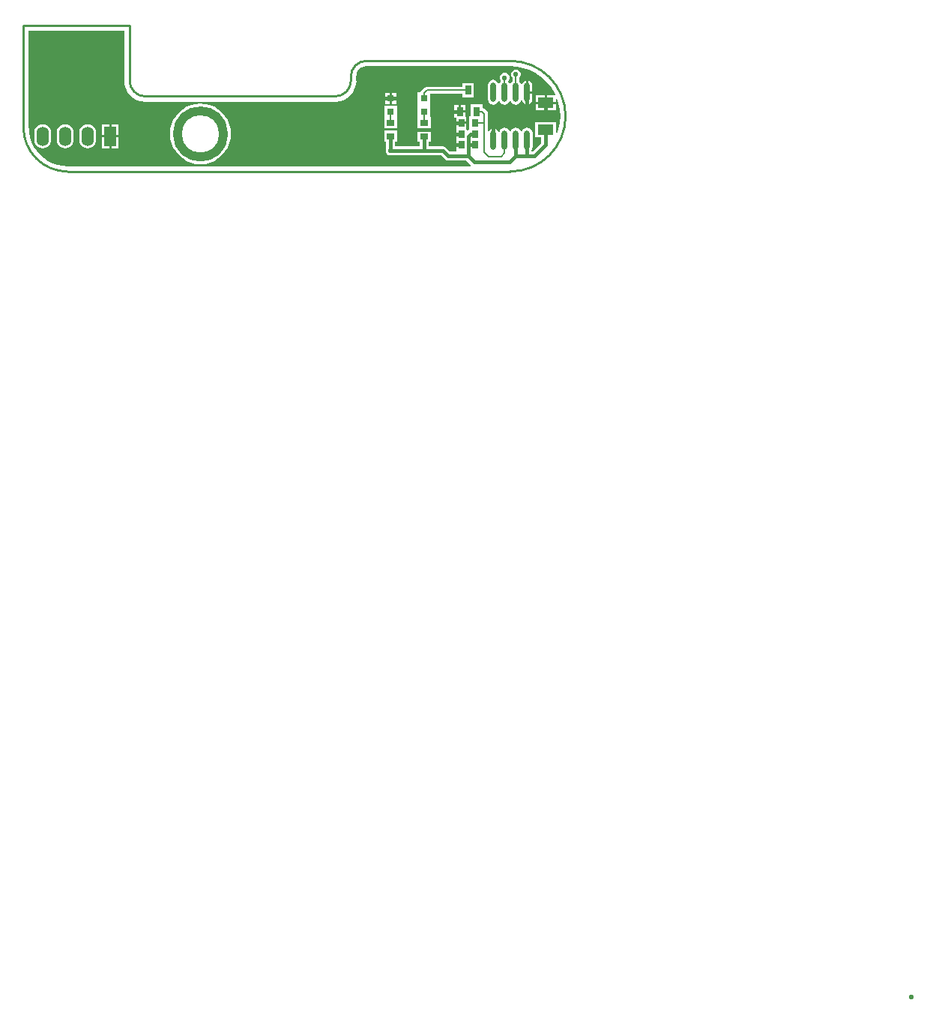
<source format=gbl>
G04*
G04 #@! TF.GenerationSoftware,Altium Limited,Altium Designer,22.2.1 (43)*
G04*
G04 Layer_Physical_Order=2*
G04 Layer_Color=16711680*
%FSLAX44Y44*%
%MOMM*%
G71*
G04*
G04 #@! TF.SameCoordinates,59029D5E-7FE7-4811-848E-3C15E54AA96D*
G04*
G04*
G04 #@! TF.FilePolarity,Positive*
G04*
G01*
G75*
%ADD10C,0.1524*%
%ADD12C,0.2540*%
%ADD16C,0.3810*%
%ADD17R,1.4000X2.2000*%
%ADD18O,1.4000X2.2000*%
%ADD19C,0.5500*%
%ADD20C,1.0200*%
%ADD21R,0.8000X0.8000*%
%ADD22R,0.8890X0.6350*%
%ADD23R,0.6350X0.8890*%
%ADD24R,0.7000X1.0000*%
%ADD25O,0.6000X2.2000*%
%ADD26R,1.7780X1.1430*%
G36*
X513875Y33874D02*
X513875Y-22499D01*
X513874Y-22500D01*
X513830D01*
X514285Y-27118D01*
X515632Y-31558D01*
X517819Y-35650D01*
X520763Y-39237D01*
X524350Y-42181D01*
X528442Y-44368D01*
X532882Y-45715D01*
X537500Y-46170D01*
Y-46126D01*
X752500Y-46126D01*
X752500Y-46126D01*
Y-46170D01*
X757118Y-45715D01*
X761558Y-44368D01*
X765650Y-42181D01*
X769237Y-39237D01*
X772181Y-35650D01*
X774368Y-31558D01*
X775715Y-27118D01*
X776170Y-22500D01*
X776126D01*
X776125Y-22499D01*
Y-17501D01*
X776126Y-17500D01*
X776126D01*
X776246Y-16280D01*
X776474Y-14546D01*
X777615Y-11793D01*
X779429Y-9429D01*
X781793Y-7615D01*
X784546Y-6474D01*
X787377Y-6101D01*
X787500Y-6126D01*
X950000D01*
X950241Y-6078D01*
X957367Y-6545D01*
X964607Y-7985D01*
X971598Y-10358D01*
X978219Y-13623D01*
X984357Y-17725D01*
X989908Y-22592D01*
X994775Y-28143D01*
X998877Y-34281D01*
X1000674Y-37926D01*
X1000004Y-39005D01*
X991270D01*
Y-45990D01*
X1001430D01*
Y-42757D01*
X1002700Y-42547D01*
X1004515Y-47893D01*
X1005955Y-55133D01*
X1006438Y-62500D01*
X1005955Y-69867D01*
X1004515Y-77107D01*
X1003208Y-80957D01*
X1001938Y-80747D01*
Y-68977D01*
X978062D01*
Y-86503D01*
X984950D01*
Y-92908D01*
X975408Y-102450D01*
X974100D01*
Y-100828D01*
X974747Y-99860D01*
X975217Y-97500D01*
Y-81500D01*
X974747Y-79140D01*
X973410Y-77140D01*
X971410Y-75803D01*
X969050Y-75333D01*
X966690Y-75803D01*
X964690Y-77140D01*
X963353Y-79140D01*
X963348Y-79168D01*
X962053D01*
X962047Y-79140D01*
X960711Y-77140D01*
X958710Y-75803D01*
X956350Y-75333D01*
X953990Y-75803D01*
X951990Y-77140D01*
X950653Y-79140D01*
X950648Y-79168D01*
X949353D01*
X949347Y-79140D01*
X948010Y-77140D01*
X946010Y-75803D01*
X943650Y-75333D01*
X941290Y-75803D01*
X939290Y-77140D01*
X937953Y-79140D01*
X937689Y-80470D01*
X936394D01*
X936169Y-79338D01*
X934944Y-77506D01*
X933112Y-76281D01*
X932220Y-76104D01*
Y-89500D01*
X929680D01*
Y-76104D01*
X928789Y-76281D01*
X926956Y-77506D01*
X925905Y-79079D01*
X924635Y-78839D01*
Y-70000D01*
Y-59690D01*
X924339Y-58203D01*
X923497Y-56943D01*
X920807Y-54253D01*
X919547Y-53411D01*
X918548Y-53212D01*
Y-48952D01*
X905452D01*
Y-62507D01*
X903897D01*
Y-75007D01*
X903897D01*
Y-77669D01*
X903067Y-77834D01*
X901921Y-78601D01*
X900805Y-78113D01*
X900595Y-76985D01*
X900595Y-76985D01*
X900595Y-76985D01*
Y-71270D01*
X894880D01*
X889165D01*
Y-75515D01*
X889165D01*
Y-81230D01*
X894880D01*
Y-83770D01*
X889165D01*
Y-89485D01*
X889165D01*
Y-93730D01*
X894880D01*
Y-96270D01*
X889165D01*
Y-101985D01*
X888088Y-102450D01*
X881752D01*
X877331Y-98029D01*
X875693Y-96934D01*
X873760Y-96550D01*
X857550D01*
Y-91343D01*
X859993D01*
Y-78897D01*
X845007D01*
Y-91343D01*
X847450D01*
Y-96550D01*
X820050D01*
Y-91343D01*
X822493D01*
Y-78897D01*
X807507D01*
Y-91343D01*
X809950D01*
Y-99969D01*
X809710Y-100548D01*
Y-102652D01*
X810515Y-104597D01*
X812003Y-106085D01*
X813948Y-106890D01*
X816052D01*
X816631Y-106650D01*
X871668D01*
X876089Y-111071D01*
X877727Y-112166D01*
X879660Y-112550D01*
X900408D01*
X905462Y-117604D01*
X905086Y-118874D01*
X450000Y-118874D01*
X449861Y-118902D01*
X444268Y-118535D01*
X438635Y-117415D01*
X433196Y-115569D01*
X428045Y-113028D01*
X423269Y-109837D01*
X418950Y-106050D01*
X415163Y-101731D01*
X411972Y-96955D01*
X409431Y-91804D01*
X407585Y-86365D01*
X406465Y-80732D01*
X406171Y-76251D01*
X406126Y-75000D01*
X406126D01*
X406125Y-74999D01*
X406126Y33874D01*
X513875Y33874D01*
D02*
G37*
%LPC*%
G36*
X957402Y-9990D02*
X955298D01*
X953354Y-10796D01*
X951865Y-12284D01*
X951060Y-14228D01*
Y-16332D01*
X951865Y-18277D01*
X952466Y-18877D01*
Y-22822D01*
X951990Y-23140D01*
X950653Y-25140D01*
X950648Y-25168D01*
X949353D01*
X949347Y-25140D01*
X948010Y-23140D01*
X948095Y-22046D01*
X948900Y-20102D01*
Y-17998D01*
X948095Y-16054D01*
X946607Y-14565D01*
X944662Y-13760D01*
X942558D01*
X940613Y-14565D01*
X939125Y-16054D01*
X938320Y-17998D01*
Y-20102D01*
X939125Y-22046D01*
X939290Y-23140D01*
X937953Y-25140D01*
X937948Y-25168D01*
X936653D01*
X936647Y-25140D01*
X935311Y-23140D01*
X933310Y-21803D01*
X930950Y-21334D01*
X928590Y-21803D01*
X926590Y-23140D01*
X925253Y-25140D01*
X924784Y-27500D01*
Y-43500D01*
X925253Y-45860D01*
X926590Y-47860D01*
X928590Y-49197D01*
X930950Y-49667D01*
X933310Y-49197D01*
X935311Y-47860D01*
X936647Y-45860D01*
X936653Y-45832D01*
X937948D01*
X937953Y-45860D01*
X939290Y-47860D01*
X941290Y-49197D01*
X943650Y-49667D01*
X946010Y-49197D01*
X948010Y-47860D01*
X949347Y-45860D01*
X949353Y-45832D01*
X950648D01*
X950653Y-45860D01*
X951990Y-47860D01*
X953990Y-49197D01*
X956350Y-49667D01*
X958710Y-49197D01*
X960711Y-47860D01*
X962047Y-45860D01*
X962312Y-44530D01*
X963606D01*
X963831Y-45662D01*
X965056Y-47494D01*
X966889Y-48719D01*
X967780Y-48896D01*
Y-35500D01*
Y-22104D01*
X966889Y-22281D01*
X965056Y-23506D01*
X963831Y-25338D01*
X963606Y-26470D01*
X962312D01*
X962047Y-25140D01*
X960711Y-23140D01*
X960235Y-22822D01*
Y-18877D01*
X960835Y-18277D01*
X961640Y-16332D01*
Y-14228D01*
X960835Y-12284D01*
X959347Y-10796D01*
X957402Y-9990D01*
D02*
G37*
G36*
X970320Y-22104D02*
Y-34230D01*
X974699D01*
Y-27500D01*
X974269Y-25338D01*
X973044Y-23506D01*
X971212Y-22281D01*
X970320Y-22104D01*
D02*
G37*
G36*
X909048Y-24952D02*
X895952D01*
Y-29115D01*
X856000D01*
X854513Y-29411D01*
X853253Y-30253D01*
X849753Y-33753D01*
X848911Y-35013D01*
X848824Y-35452D01*
X845452D01*
Y-49182D01*
X845452Y-49548D01*
Y-50452D01*
X845452Y-50818D01*
Y-63657D01*
X845007D01*
Y-76103D01*
X859993D01*
Y-63657D01*
X859548D01*
Y-50818D01*
X859548Y-50452D01*
Y-49548D01*
X859548Y-49182D01*
Y-36885D01*
X895952D01*
Y-41048D01*
X909048D01*
Y-24952D01*
D02*
G37*
G36*
X821540Y-35960D02*
X816270D01*
Y-41230D01*
X821540D01*
Y-35960D01*
D02*
G37*
G36*
X813730D02*
X808460D01*
Y-41230D01*
X813730D01*
Y-35960D01*
D02*
G37*
G36*
X988730Y-39005D02*
X978570D01*
Y-45990D01*
X988730D01*
Y-39005D01*
D02*
G37*
G36*
X974699Y-36770D02*
X970320D01*
Y-48896D01*
X971212Y-48719D01*
X973044Y-47494D01*
X974269Y-45662D01*
X974699Y-43500D01*
Y-36770D01*
D02*
G37*
G36*
X821540Y-43770D02*
X816270D01*
Y-49040D01*
X821540D01*
Y-43770D01*
D02*
G37*
G36*
X813730D02*
X808460D01*
Y-49040D01*
X813730D01*
Y-43770D01*
D02*
G37*
G36*
X1001430Y-48530D02*
X991270D01*
Y-55515D01*
X1001430D01*
Y-48530D01*
D02*
G37*
G36*
X988730D02*
X978570D01*
Y-55515D01*
X988730D01*
Y-48530D01*
D02*
G37*
G36*
X899040Y-49460D02*
X894270D01*
Y-55730D01*
X899040D01*
Y-49460D01*
D02*
G37*
G36*
X891730D02*
X886960D01*
Y-55730D01*
X891730D01*
Y-49460D01*
D02*
G37*
G36*
X899040Y-58270D02*
X893000D01*
X886960D01*
Y-64540D01*
X889165D01*
Y-68730D01*
X894880D01*
X900595D01*
Y-63015D01*
X899040D01*
Y-58270D01*
D02*
G37*
G36*
X822048Y-50452D02*
X807952D01*
Y-63657D01*
X807507D01*
Y-76103D01*
X822493D01*
Y-63657D01*
X822048D01*
Y-50452D01*
D02*
G37*
G36*
X507640Y-71460D02*
X499370D01*
Y-83730D01*
X507640D01*
Y-71460D01*
D02*
G37*
G36*
X496830D02*
X488560D01*
Y-83730D01*
X496830D01*
Y-71460D01*
D02*
G37*
G36*
X507640Y-86270D02*
X499370D01*
Y-98540D01*
X507640D01*
Y-86270D01*
D02*
G37*
G36*
X496830D02*
X488560D01*
Y-98540D01*
X496830D01*
Y-86270D01*
D02*
G37*
G36*
X472700Y-71378D02*
X470210Y-71705D01*
X467889Y-72667D01*
X465896Y-74196D01*
X464367Y-76189D01*
X463406Y-78509D01*
X463078Y-81000D01*
Y-89000D01*
X463406Y-91490D01*
X464367Y-93811D01*
X465896Y-95804D01*
X467889Y-97333D01*
X470210Y-98294D01*
X472700Y-98622D01*
X475190Y-98294D01*
X477511Y-97333D01*
X479504Y-95804D01*
X481033Y-93811D01*
X481994Y-91490D01*
X482322Y-89000D01*
Y-81000D01*
X481994Y-78509D01*
X481033Y-76189D01*
X479504Y-74196D01*
X477511Y-72667D01*
X475190Y-71705D01*
X472700Y-71378D01*
D02*
G37*
G36*
X447300D02*
X444809Y-71705D01*
X442489Y-72667D01*
X440496Y-74196D01*
X438967Y-76189D01*
X438006Y-78509D01*
X437678Y-81000D01*
Y-89000D01*
X438006Y-91490D01*
X438967Y-93811D01*
X440496Y-95804D01*
X442489Y-97333D01*
X444809Y-98294D01*
X447300Y-98622D01*
X449790Y-98294D01*
X452111Y-97333D01*
X454104Y-95804D01*
X455633Y-93811D01*
X456594Y-91490D01*
X456922Y-89000D01*
Y-81000D01*
X456594Y-78509D01*
X455633Y-76189D01*
X454104Y-74196D01*
X452111Y-72667D01*
X449790Y-71705D01*
X447300Y-71378D01*
D02*
G37*
G36*
X421900D02*
X419409Y-71705D01*
X417089Y-72667D01*
X415096Y-74196D01*
X413567Y-76189D01*
X412606Y-78509D01*
X412278Y-81000D01*
Y-89000D01*
X412606Y-91490D01*
X413567Y-93811D01*
X415096Y-95804D01*
X417089Y-97333D01*
X419409Y-98294D01*
X421900Y-98622D01*
X424390Y-98294D01*
X426711Y-97333D01*
X428704Y-95804D01*
X430233Y-93811D01*
X431194Y-91490D01*
X431522Y-89000D01*
Y-81000D01*
X431194Y-78509D01*
X430233Y-76189D01*
X428704Y-74196D01*
X426711Y-72667D01*
X424390Y-71705D01*
X421900Y-71378D01*
D02*
G37*
G36*
X600000Y-48146D02*
X594626Y-48569D01*
X589384Y-49827D01*
X584404Y-51890D01*
X579807Y-54707D01*
X575708Y-58208D01*
X572207Y-62307D01*
X569390Y-66904D01*
X567327Y-71884D01*
X566069Y-77126D01*
X565646Y-82500D01*
X566069Y-87874D01*
X567327Y-93116D01*
X569390Y-98096D01*
X572207Y-102693D01*
X575708Y-106792D01*
X579807Y-110293D01*
X584404Y-113110D01*
X589384Y-115173D01*
X594626Y-116431D01*
X600000Y-116854D01*
X605374Y-116431D01*
X610616Y-115173D01*
X615596Y-113110D01*
X620193Y-110293D01*
X624292Y-106792D01*
X627793Y-102693D01*
X630610Y-98096D01*
X632673Y-93116D01*
X633931Y-87874D01*
X634354Y-82500D01*
X633931Y-77126D01*
X632673Y-71884D01*
X630610Y-66904D01*
X627793Y-62307D01*
X624292Y-58208D01*
X620193Y-54707D01*
X615596Y-51890D01*
X610616Y-49827D01*
X605374Y-48569D01*
X600000Y-48146D01*
D02*
G37*
%LPD*%
D10*
X956350Y-35500D02*
Y-15280D01*
X943610Y-35460D02*
X943650Y-35500D01*
X943610Y-35460D02*
Y-19050D01*
X920750Y-70000D02*
Y-59690D01*
X918060Y-57000D02*
X920750Y-59690D01*
X912000Y-57000D02*
X918060D01*
X920750Y-102870D02*
X925830Y-107950D01*
X939800D01*
X943650Y-104100D01*
Y-89500D01*
X920750Y-102870D02*
Y-70000D01*
X815000Y-69880D02*
Y-57500D01*
X815000Y-57500D01*
X852500Y-69880D02*
Y-57500D01*
X852500Y-69880D02*
X852500Y-69880D01*
Y-42500D02*
Y-36500D01*
X856000Y-33000D02*
X902500D01*
X852500Y-36500D02*
X856000Y-33000D01*
X910120Y-70000D02*
X920750D01*
D12*
X787500Y0D02*
G03*
X770000Y-17500I0J-17500D01*
G01*
X752500Y-40000D02*
G03*
X770000Y-22500I0J17500D01*
G01*
X520000D02*
G03*
X537500Y-40000I17500J0D01*
G01*
X400000Y-75000D02*
G03*
X450000Y-125000I50000J0D01*
G01*
X950000D02*
G03*
X950000Y0I0J62500D01*
G01*
X770000Y-22500D02*
Y-17500D01*
X537500Y-40000D02*
X752500D01*
X787500Y0D02*
X950000D01*
X520000Y-22500D02*
Y40000D01*
X400000Y-75000D02*
Y40000D01*
X450000Y-125000D02*
X950000D01*
X400000Y40000D02*
X520000D01*
D16*
X798150Y-101600D02*
Y-46990D01*
X802640Y-42500D02*
X815000D01*
X798150Y-46990D02*
X802640Y-42500D01*
X873760Y-101600D02*
X879660Y-107500D01*
X852500Y-101600D02*
X873760D01*
X815000D02*
X852500D01*
Y-85120D01*
X815000Y-101600D02*
Y-85120D01*
X879660Y-107500D02*
X902500D01*
X881380Y-78740D02*
Y-69850D01*
Y-82550D02*
Y-78740D01*
X827360Y-42500D02*
X831850Y-46990D01*
X815000Y-42500D02*
X827360D01*
X831850Y-72390D02*
Y-46990D01*
Y-72390D02*
X836930Y-77470D01*
X880110D01*
X881380Y-78740D01*
X969010Y-63500D02*
X985520D01*
X930950D02*
X969010D01*
X969050Y-63460D02*
Y-35500D01*
X969010Y-63500D02*
X969050Y-63460D01*
X881380Y-57150D02*
Y-48260D01*
Y-69850D02*
Y-57150D01*
X881530Y-57000D02*
X893000D01*
X881380Y-57150D02*
X881530Y-57000D01*
X881530Y-70000D02*
X894880D01*
X881380Y-69850D02*
X881530Y-70000D01*
X881380Y-91440D02*
Y-82550D01*
X881430Y-82500D01*
X894880D01*
X930910Y-63500D02*
X930950D01*
Y-57190D01*
Y-63540D02*
Y-63500D01*
X884940Y-95000D02*
X894880D01*
X881380Y-91440D02*
X884940Y-95000D01*
X881380Y-48260D02*
X885190Y-44450D01*
X918210D01*
X930950Y-57190D01*
X930910Y-63500D02*
X930950Y-63540D01*
Y-89500D02*
Y-63540D01*
X902500Y-107500D02*
X909300Y-114300D01*
X949550D01*
X956350Y-107500D01*
X985520Y-63500D02*
X990000Y-59020D01*
Y-47260D01*
X902500Y-107500D02*
Y-95000D01*
X969050Y-107500D02*
X977500D01*
X956350D02*
X969050D01*
Y-89500D01*
X956350Y-107500D02*
Y-89500D01*
X902500Y-95000D02*
Y-85000D01*
X902500Y-95000D02*
X910120D01*
X902500Y-95000D02*
X902500Y-95000D01*
X905000Y-82500D02*
X910120D01*
X902500Y-85000D02*
X905000Y-82500D01*
X910120D02*
X910120Y-82500D01*
X977500Y-107500D02*
X990000Y-95000D01*
Y-77740D01*
D17*
X498100Y-85000D02*
D03*
D18*
X472700D02*
D03*
X421900D02*
D03*
X447300D02*
D03*
D19*
X1403000Y-1057500D02*
D03*
X1000001Y-62499D02*
D03*
X980001Y-22499D02*
D03*
Y-62499D02*
D03*
X960001D02*
D03*
X940001D02*
D03*
X920001Y-22499D02*
D03*
X890001Y-42499D02*
D03*
X880001Y-22499D02*
D03*
X870001Y-42499D02*
D03*
X880001Y-62499D02*
D03*
X860001Y-22499D02*
D03*
X840001D02*
D03*
X830001Y-42499D02*
D03*
X840001Y-62499D02*
D03*
X830001Y-82500D02*
D03*
X820001Y-22499D02*
D03*
X800001D02*
D03*
X790001Y-42499D02*
D03*
X800001Y-62499D02*
D03*
X780001Y-22499D02*
D03*
X770001Y-42499D02*
D03*
Y-82500D02*
D03*
X780001Y-102500D02*
D03*
X760001Y-62499D02*
D03*
X750001Y-82500D02*
D03*
X760001Y-102500D02*
D03*
X740001Y-62499D02*
D03*
X730001Y-82500D02*
D03*
X740001Y-102500D02*
D03*
X720001Y-62499D02*
D03*
X710001Y-82500D02*
D03*
X720001Y-102500D02*
D03*
X700001Y-62499D02*
D03*
X690001Y-82500D02*
D03*
X700001Y-102500D02*
D03*
X680001Y-62499D02*
D03*
X670001Y-82500D02*
D03*
X680001Y-102500D02*
D03*
X660001Y-62499D02*
D03*
X650001Y-82500D02*
D03*
X660001Y-102500D02*
D03*
X640001Y-62499D02*
D03*
Y-102500D02*
D03*
X560001Y-62499D02*
D03*
X550001Y-82500D02*
D03*
X560001Y-102500D02*
D03*
X540001Y-62499D02*
D03*
X530001Y-82500D02*
D03*
X540001Y-102500D02*
D03*
X520001Y-62499D02*
D03*
Y-102500D02*
D03*
X500001Y-62499D02*
D03*
Y-102500D02*
D03*
X480001Y-62499D02*
D03*
X460001D02*
D03*
Y-102500D02*
D03*
X430001Y-42499D02*
D03*
X440001Y-62499D02*
D03*
Y-102500D02*
D03*
X410001Y-42499D02*
D03*
X420001Y-102500D02*
D03*
X798150Y-101600D02*
D03*
X815000D02*
D03*
X956350Y-15280D02*
D03*
X943610Y-19050D02*
D03*
D20*
X626100Y-82500D02*
G03*
X626100Y-82500I-26100J0D01*
G01*
D21*
X815000Y-57500D02*
D03*
Y-42500D02*
D03*
X852500Y-57500D02*
D03*
Y-42500D02*
D03*
D22*
X815000Y-69880D02*
D03*
Y-85120D02*
D03*
X852500Y-69880D02*
D03*
Y-85120D02*
D03*
D23*
X910120Y-95000D02*
D03*
X894880D02*
D03*
X910120Y-82500D02*
D03*
X894880D02*
D03*
X894880Y-70000D02*
D03*
X910120D02*
D03*
D24*
X893000Y-57000D02*
D03*
X912000D02*
D03*
X902500Y-33000D02*
D03*
D25*
X956350Y-89500D02*
D03*
X930950D02*
D03*
X969050Y-35500D02*
D03*
X956350D02*
D03*
X943650D02*
D03*
X969050Y-89500D02*
D03*
X943650D02*
D03*
X930950Y-35500D02*
D03*
D26*
X990000Y-47260D02*
D03*
Y-77740D02*
D03*
M02*

</source>
